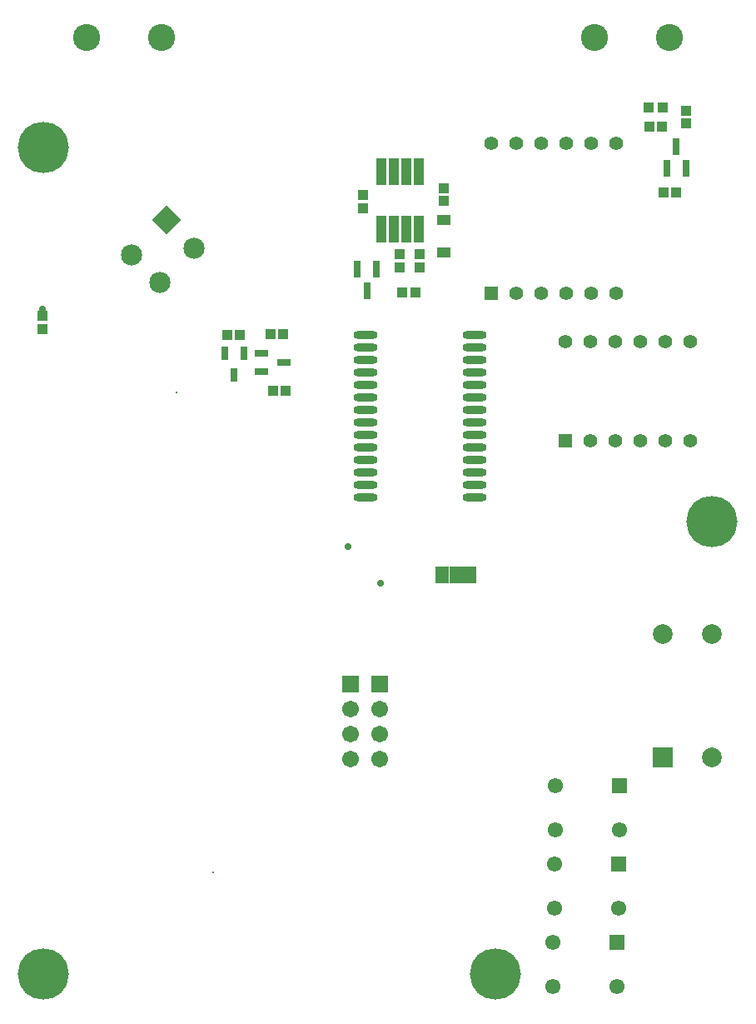
<source format=gbs>
G04*
G04 #@! TF.GenerationSoftware,Altium Limited,Altium Designer,21.0.9 (235)*
G04*
G04 Layer_Color=16711935*
%FSLAX44Y44*%
%MOMM*%
G71*
G04*
G04 #@! TF.SameCoordinates,3421A621-DC7B-4D7E-80C2-F70395B1EBD6*
G04*
G04*
G04 #@! TF.FilePolarity,Negative*
G04*
G01*
G75*
%ADD42R,1.0032X1.1032*%
%ADD43R,1.3532X0.8032*%
%ADD44R,1.1032X1.0032*%
%ADD56R,1.4034X1.4034*%
%ADD57C,1.4034*%
%ADD58C,1.7032*%
%ADD59R,1.7032X1.7032*%
%ADD60P,3.0451X4X360.0*%
%ADD61C,2.1532*%
%ADD62C,2.7532*%
%ADD63R,0.2032X0.2032*%
%ADD64C,2.0000*%
%ADD65R,2.0000X2.0000*%
%ADD66C,1.5500*%
%ADD67R,1.5500X1.5500*%
%ADD68C,5.2032*%
%ADD69C,0.7032*%
%ADD88R,1.1032X1.0032*%
%ADD89R,1.4232X1.1132*%
%ADD90R,0.8032X1.8032*%
%ADD91O,2.4532X0.8032*%
%ADD92R,1.1032X2.7032*%
%ADD93R,1.0032X1.1032*%
%ADD94R,1.3716X1.8034*%
%ADD95R,0.8032X1.3532*%
D42*
X656250Y905000D02*
D03*
X643250D02*
D03*
X894500Y1073500D02*
D03*
X907500D02*
D03*
X922000Y1006500D02*
D03*
X909000D02*
D03*
X511500Y805000D02*
D03*
X524500D02*
D03*
X478250Y862000D02*
D03*
X465250D02*
D03*
X509250Y862500D02*
D03*
X522250D02*
D03*
D43*
X499990Y824370D02*
D03*
Y843370D02*
D03*
X522490Y833870D02*
D03*
D44*
X660550Y943800D02*
D03*
Y930800D02*
D03*
X685550Y1011300D02*
D03*
Y998300D02*
D03*
X603050Y1003800D02*
D03*
Y990800D02*
D03*
X931750Y1077000D02*
D03*
Y1090000D02*
D03*
X277750Y868000D02*
D03*
Y881000D02*
D03*
D56*
X733740Y903960D02*
D03*
X808670Y754100D02*
D03*
D57*
X759140Y903960D02*
D03*
X784540D02*
D03*
X809940D02*
D03*
X835340D02*
D03*
X860740D02*
D03*
Y1056360D02*
D03*
X835340D02*
D03*
X809940D02*
D03*
X784540D02*
D03*
X759140D02*
D03*
X733740D02*
D03*
X910270Y855100D02*
D03*
X935670D02*
D03*
X808670D02*
D03*
X834070D02*
D03*
X884870D02*
D03*
X859470D02*
D03*
X935670Y754100D02*
D03*
X910270D02*
D03*
X884870D02*
D03*
X859470D02*
D03*
X834070D02*
D03*
D58*
X620250Y430700D02*
D03*
Y456100D02*
D03*
Y481500D02*
D03*
X590500D02*
D03*
Y456100D02*
D03*
Y430700D02*
D03*
D59*
X620250Y506900D02*
D03*
X590500D02*
D03*
D60*
X403535Y978570D02*
D03*
D61*
X368180Y943214D02*
D03*
X396464Y914930D02*
D03*
X431820Y950285D02*
D03*
D62*
X322300Y1163750D02*
D03*
X398500D02*
D03*
X838500D02*
D03*
X914700D02*
D03*
D63*
X451250Y316000D02*
D03*
X413750Y803500D02*
D03*
D64*
X958250Y557750D02*
D03*
Y432750D02*
D03*
X908250Y557750D02*
D03*
D65*
Y432750D02*
D03*
D66*
X798750Y359250D02*
D03*
Y404250D02*
D03*
X863750Y359250D02*
D03*
X796750Y199750D02*
D03*
Y244750D02*
D03*
X861750Y199750D02*
D03*
X798000Y279500D02*
D03*
Y324500D02*
D03*
X863000Y279500D02*
D03*
D67*
X863750Y404250D02*
D03*
X861750Y244750D02*
D03*
X863000Y324500D02*
D03*
D68*
X278500Y1052500D02*
D03*
X958500Y672500D02*
D03*
X737750Y212500D02*
D03*
X278500D02*
D03*
D69*
X277750Y888000D02*
D03*
X588250Y647250D02*
D03*
X621250Y609250D02*
D03*
D88*
X640550Y930300D02*
D03*
Y944300D02*
D03*
D89*
X685700Y978650D02*
D03*
Y945950D02*
D03*
D90*
X597750Y929000D02*
D03*
X616750D02*
D03*
X607250Y907000D02*
D03*
X922000Y1053000D02*
D03*
X912500Y1031000D02*
D03*
X931500D02*
D03*
D91*
X716500Y861500D02*
D03*
Y848800D02*
D03*
Y836100D02*
D03*
Y823400D02*
D03*
Y810700D02*
D03*
Y798000D02*
D03*
Y785300D02*
D03*
Y772600D02*
D03*
Y759900D02*
D03*
Y747200D02*
D03*
Y734500D02*
D03*
Y721800D02*
D03*
Y709100D02*
D03*
Y696400D02*
D03*
X605500Y697000D02*
D03*
Y709700D02*
D03*
Y722400D02*
D03*
Y735100D02*
D03*
Y747800D02*
D03*
Y760500D02*
D03*
Y773200D02*
D03*
Y785900D02*
D03*
Y798600D02*
D03*
Y811300D02*
D03*
Y824000D02*
D03*
Y836700D02*
D03*
Y849400D02*
D03*
Y862100D02*
D03*
D92*
X622100Y1028180D02*
D03*
X634800D02*
D03*
X647500D02*
D03*
X660200D02*
D03*
X622100Y969180D02*
D03*
X634800D02*
D03*
X647500D02*
D03*
X660200D02*
D03*
D93*
X908000Y1093000D02*
D03*
X894000D02*
D03*
D94*
X711720Y617750D02*
D03*
X683780D02*
D03*
X697750D02*
D03*
D95*
X462870Y843490D02*
D03*
X481870D02*
D03*
X472370Y820990D02*
D03*
M02*

</source>
